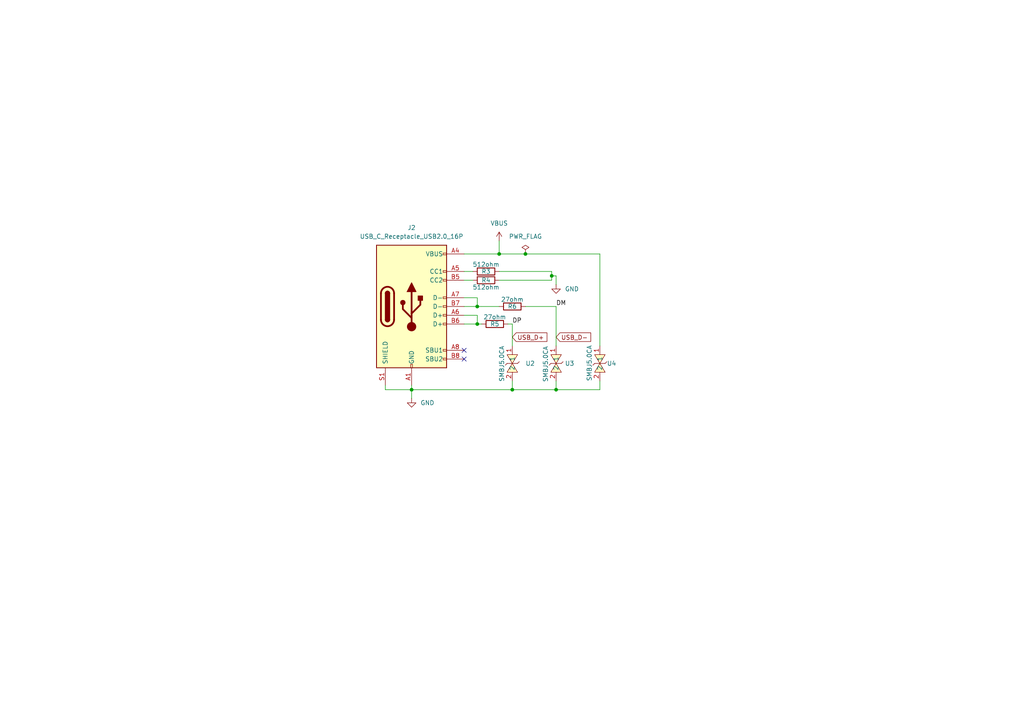
<source format=kicad_sch>
(kicad_sch (version 20231120) (generator "eeschema") (generator_version "8.0")
  (paper "A4")
  (title_block (title "TypeC Power Supplier with USB2.0 Support") (date "2024-09-01") (company "Krysztal Huang"))
  (lib_symbols
    (symbol "Connector:USB_C_Receptacle_USB2.0_16P" (pin_names (offset 1.016))
      (property "Reference" "J" (at 0 22.225 0))
      (property "Value" "USB_C_Receptacle_USB2.0_16P" (at 0 19.685 0))
      (symbol "USB_C_Receptacle_USB2.0_16P_0_0"
        (rectangle (start -0.254 -17.78) (end 0.254 -16.764))
        (rectangle (start 10.16 -14.986) (end 9.144 -15.494))
        (rectangle (start 10.16 -12.446) (end 9.144 -12.954))
        (rectangle (start 10.16 -4.826) (end 9.144 -5.334))
        (rectangle (start 10.16 -2.286) (end 9.144 -2.794))
        (rectangle (start 10.16 0.254) (end 9.144 -0.254))
        (rectangle (start 10.16 2.794) (end 9.144 2.286))
        (rectangle (start 10.16 7.874) (end 9.144 7.366))
        (rectangle (start 10.16 10.414) (end 9.144 9.906))
        (rectangle (start 10.16 15.494) (end 9.144 14.986))
      )
      (symbol "USB_C_Receptacle_USB2.0_16P_0_1"
        (rectangle (start -10.16 17.78) (end 10.16 -17.78) (stroke (width 0.254)) (fill (type background)))
        (arc (start -8.89 -3.81) (mid -6.985 -5.7067) (end -5.08 -3.81) (stroke (width 0.508)))
        (arc (start -7.62 -3.81) (mid -6.985 -4.4423) (end -6.35 -3.81) (stroke (width 0.254)))
        (arc (start -7.62 -3.81) (mid -6.985 -4.4423) (end -6.35 -3.81) (stroke (width 0.254)) (fill (type outline)))
        (rectangle (start -7.62 -3.81) (end -6.35 3.81) (stroke (width 0.254)) (fill (type outline)))
        (arc (start -6.35 3.81) (mid -6.985 4.4423) (end -7.62 3.81) (stroke (width 0.254)))
        (arc (start -6.35 3.81) (mid -6.985 4.4423) (end -7.62 3.81) (stroke (width 0.254)) (fill (type outline)))
        (arc (start -5.08 3.81) (mid -6.985 5.7067) (end -8.89 3.81) (stroke (width 0.508)))
        (circle (center -2.54 1.143) (radius 0.635) (stroke (width 0.254)) (fill (type outline)))
        (circle (center 0 -5.842) (radius 1.27) (fill (type outline)))
        (polyline (pts (xy -8.89 -3.81) (xy -8.89 3.81)) (stroke (width 0.508)))
        (polyline (pts (xy -5.08 3.81) (xy -5.08 -3.81)) (stroke (width 0.508)))
        (polyline (pts (xy 0 -5.842) (xy 0 4.318)) (stroke (width 0.508)))
        (polyline (pts (xy 0 -3.302) (xy -2.54 -0.762) (xy -2.54 0.508)) (stroke (width 0.508)))
        (polyline (pts (xy 0 -2.032) (xy 2.54 0.508) (xy 2.54 1.778)) (stroke (width 0.508)))
        (polyline (pts (xy -1.27 4.318) (xy 0 6.858) (xy 1.27 4.318) (xy -1.27 4.318)) (stroke (width 0.254)) (fill (type outline)))
        (rectangle (start 1.905 1.778) (end 3.175 3.048) (stroke (width 0.254)) (fill (type outline)))
      )
      (symbol "USB_C_Receptacle_USB2.0_16P_1_1"
        (pin passive line (at 0 -22.86 90) (length 5.08) (name "GND") (number "A1"))
        (pin passive line (at 0 -22.86 90) (length 5.08) hide (name "GND") (number "A12"))
        (pin passive line (at 15.24 15.24 180) (length 5.08) (name "VBUS") (number "A4"))
        (pin bidirectional line (at 15.24 10.16 180) (length 5.08) (name "CC1") (number "A5"))
        (pin bidirectional line (at 15.24 -2.54 180) (length 5.08) (name "D+") (number "A6"))
        (pin bidirectional line (at 15.24 2.54 180) (length 5.08) (name "D-") (number "A7"))
        (pin bidirectional line (at 15.24 -12.7 180) (length 5.08) (name "SBU1") (number "A8"))
        (pin passive line (at 15.24 15.24 180) (length 5.08) hide (name "VBUS") (number "A9"))
        (pin passive line (at 0 -22.86 90) (length 5.08) hide (name "GND") (number "B1"))
        (pin passive line (at 0 -22.86 90) (length 5.08) hide (name "GND") (number "B12"))
        (pin passive line (at 15.24 15.24 180) (length 5.08) hide (name "VBUS") (number "B4"))
        (pin bidirectional line (at 15.24 7.62 180) (length 5.08) (name "CC2") (number "B5"))
        (pin bidirectional line (at 15.24 -5.08 180) (length 5.08) (name "D+") (number "B6"))
        (pin bidirectional line (at 15.24 0 180) (length 5.08) (name "D-") (number "B7"))
        (pin bidirectional line (at 15.24 -15.24 180) (length 5.08) (name "SBU2") (number "B8"))
        (pin passive line (at 15.24 15.24 180) (length 5.08) hide (name "VBUS") (number "B9"))
        (pin passive line (at -7.62 -22.86 90) (length 5.08) (name "SHIELD") (number "S1"))
      )
    )
    (symbol "Device:R" (pin_numbers hide) (pin_names (offset 0))
      (property "Reference" "R" (at 2.032 0 90))
      (property "Value" "R" (at 0 0 90))
      (symbol "R_0_1"
        (rectangle (start -1.016 -2.54) (end 1.016 2.54) (stroke (width 0.254)))
      )
      (symbol "R_1_1"
        (pin passive line (at 0 3.81 270) (length 1.27) (name "~") (number "1"))
        (pin passive line (at 0 -3.81 90) (length 1.27) (name "~") (number "2"))
      )
    )
    (symbol "easyeda2kicad:SMBJ5.0CA_C19077559"
      (property "Reference" "U" (at 0 5.08 0))
      (property "Value" "SMBJ5.0CA_C19077559" (at 0 -5.08 0))
      (symbol "SMBJ5.0CA_C19077559_0_1"
        (polyline (pts (xy 0 -1.52) (xy 0 1.52)))
        (polyline (pts (xy 0 -1.52) (xy 0.51 -2.03) (xy 0 -1.52)) (fill (type background)))
        (polyline (pts (xy 0 1.52) (xy -0.51 2.03) (xy 0 1.52)) (fill (type background)))
        (polyline (pts (xy -2.54 1.52) (xy 0 0) (xy -2.54 -1.52) (xy -2.54 1.52)) (fill (type background)))
        (polyline (pts (xy 2.54 1.52) (xy 0 0) (xy 2.54 -1.52) (xy 2.54 1.52)) (fill (type background)))
        (pin unspecified line (at -5.08 0 0) (length 2.54) (name "1") (number "1"))
        (pin unspecified line (at 5.08 0 180) (length 2.54) (name "2") (number "2"))
      )
    )
    (symbol "power:GND" (power) (pin_numbers hide) (pin_names (offset 0) hide)
      (property "Value" "GND" (at 0 -3.81 0))
      (symbol "GND_0_1"
        (polyline (pts (xy 0 0) (xy 0 -1.27) (xy 1.27 -1.27) (xy 0 -2.54) (xy -1.27 -1.27) (xy 0 -1.27)))
      )
      (symbol "GND_1_1"
        (pin power_in line (at 0 0 270) (length 0) (name "~") (number "1"))
      )
    )
    (symbol "power:PWR_FLAG" (power) (pin_numbers hide) (pin_names (offset 0) hide)
      (property "Value" "PWR_FLAG" (at 0 3.81 0))
      (symbol "PWR_FLAG_0_0"
        (pin power_out line (at 0 0 90) (length 0) (name "~") (number "1"))
      )
      (symbol "PWR_FLAG_0_1"
        (polyline (pts (xy 0 0) (xy 0 1.27) (xy -1.016 1.905) (xy 0 2.54) (xy 1.016 1.905) (xy 0 1.27)))
      )
    )
    (symbol "power:VBUS" (power) (pin_numbers hide) (pin_names (offset 0) hide)
      (property "Value" "VBUS" (at 0 3.556 0))
      (symbol "VBUS_0_1"
        (polyline (pts (xy -0.762 1.27) (xy 0 2.54)))
        (polyline (pts (xy 0 0) (xy 0 2.54)))
        (polyline (pts (xy 0 2.54) (xy 0.762 1.27)))
      )
      (symbol "VBUS_1_1"
        (pin power_in line (at 0 0 90) (length 0) (name "~") (number "1"))
      )
    )
  )
  (junction (at 138.43 88.9))
  (junction (at 119.38 113.03))
  (junction (at 144.78 73.66))
  (junction (at 161.29 113.03))
  (junction (at 148.59 113.03))
  (junction (at 138.43 93.98))
  (junction (at 160.02 80.01))
  (junction (at 152.4 73.66))
  (no_connect (at 134.62 101.6))
  (no_connect (at 134.62 104.14))
  (wire (pts (xy 161.29 110.49) (xy 161.29 113.03)))
  (wire (pts (xy 161.29 82.55) (xy 161.29 80.01)))
  (wire (pts (xy 138.43 91.44) (xy 138.43 93.98)))
  (wire (pts (xy 134.62 81.28) (xy 137.16 81.28)))
  (wire (pts (xy 160.02 78.74) (xy 160.02 80.01)))
  (wire (pts (xy 111.76 113.03) (xy 119.38 113.03)))
  (wire (pts (xy 148.59 93.98) (xy 148.59 100.33)))
  (wire (pts (xy 161.29 80.01) (xy 160.02 80.01)))
  (wire (pts (xy 161.29 88.9) (xy 161.29 100.33)))
  (wire (pts (xy 138.43 86.36) (xy 138.43 88.9)))
  (wire (pts (xy 134.62 78.74) (xy 137.16 78.74)))
  (wire (pts (xy 111.76 113.03) (xy 111.76 111.76)))
  (wire (pts (xy 138.43 88.9) (xy 144.78 88.9)))
  (wire (pts (xy 119.38 111.76) (xy 119.38 113.03)))
  (wire (pts (xy 134.62 91.44) (xy 138.43 91.44)))
  (wire (pts (xy 148.59 93.98) (xy 147.32 93.98)))
  (wire (pts (xy 144.78 78.74) (xy 160.02 78.74)))
  (wire (pts (xy 134.62 73.66) (xy 144.78 73.66)))
  (wire (pts (xy 134.62 88.9) (xy 138.43 88.9)))
  (wire (pts (xy 134.62 86.36) (xy 138.43 86.36)))
  (wire (pts (xy 144.78 69.85) (xy 144.78 73.66)))
  (wire (pts (xy 152.4 88.9) (xy 161.29 88.9)))
  (wire (pts (xy 173.99 73.66) (xy 173.99 100.33)))
  (wire (pts (xy 134.62 93.98) (xy 138.43 93.98)))
  (wire (pts (xy 173.99 110.49) (xy 173.99 113.03)))
  (wire (pts (xy 144.78 81.28) (xy 160.02 81.28)))
  (wire (pts (xy 161.29 113.03) (xy 173.99 113.03)))
  (wire (pts (xy 148.59 110.49) (xy 148.59 113.03)))
  (wire (pts (xy 152.4 73.66) (xy 144.78 73.66)))
  (wire (pts (xy 148.59 113.03) (xy 161.29 113.03)))
  (wire (pts (xy 173.99 73.66) (xy 152.4 73.66)))
  (wire (pts (xy 139.7 93.98) (xy 138.43 93.98)))
  (wire (pts (xy 119.38 113.03) (xy 148.59 113.03)))
  (wire (pts (xy 160.02 80.01) (xy 160.02 81.28)))
  (wire (pts (xy 119.38 113.03) (xy 119.38 115.57)))
  (label "DM" (at 161.29 88.9 0))
  (label "DP" (at 148.59 93.98 0))
  (global_label "USB_D+" (shape input) (at 148.59 97.79 0) (property "Intersheetrefs" "${INTERSHEET_REFS}" (effects (hide yes))))
  (global_label "USB_D-" (shape input) (at 161.29 97.79 0) (property "Intersheetrefs" "${INTERSHEET_REFS}" (effects (hide yes))))
  (symbol (lib_id "Device:R") (at 143.51 93.98 90) (unit 1)
    (property "Reference" "R5" (at 143.51 93.98 90))
    (property "Value" "27ohm" (at 143.51 91.948 90))
    (property "Description" "Resistor" (effects (hide yes)))
  )
  (symbol (lib_id "easyeda2kicad:SMBJ5.0CA_C19077559") (at 161.29 105.41 270) (unit 1)
    (property "Reference" "U3" (at 163.83 105.41 90) (effects (justify left)))
    (property "Value" "SMBJ5.0CA" (at 158.242 100.33 0) (effects (justify left)))
    (property "Footprint" "easyeda2kicad:SMB_L4.5-W3.6-LS5.2-BI" (effects (hide yes)))
    (property "LCSC Part" "C19077559" (effects (hide yes)))
  )
  (symbol (lib_id "easyeda2kicad:SMBJ5.0CA_C19077559") (at 173.99 105.41 270) (unit 1)
    (property "Reference" "U4" (at 176.022 105.41 90) (effects (justify left)))
    (property "Value" "SMBJ5.0CA" (at 170.942 100.076 0) (effects (justify left)))
    (property "Footprint" "easyeda2kicad:SMB_L4.5-W3.6-LS5.2-BI" (effects (hide yes)))
    (property "LCSC Part" "C19077559" (effects (hide yes)))
  )
  (symbol (lib_id "Connector:USB_C_Receptacle_USB2.0_16P") (at 119.38 88.9 0) (unit 1)
    (property "Reference" "J2" (at 119.38 66.04 0))
    (property "Value" "USB_C_Receptacle_USB2.0_16P" (at 119.38 68.58 0))
    (property "Datasheet" "https://www.usb.org/sites/default/files/documents/usb_type-c.zip" (effects (hide yes)))
    (property "Description" "USB 2.0-only 16P Type-C Receptacle connector" (effects (hide yes)))
  )
  (symbol (lib_id "Device:R") (at 148.59 88.9 90) (unit 1)
    (property "Reference" "R6" (at 148.59 88.9 90))
    (property "Value" "27ohm" (at 148.59 86.868 90))
    (property "Description" "Resistor" (effects (hide yes)))
  )
  (symbol (lib_id "Device:R") (at 140.97 78.74 90) (unit 1)
    (property "Reference" "R3" (at 140.97 78.74 90))
    (property "Value" "512ohm" (at 140.97 76.708 90))
    (property "Description" "Resistor" (effects (hide yes)))
  )
  (symbol (lib_id "easyeda2kicad:SMBJ5.0CA_C19077559") (at 148.59 105.41 270) (unit 1)
    (property "Reference" "U2" (at 152.4 105.4099 90) (effects (justify left)))
    (property "Value" "SMBJ5.0CA" (at 145.542 110.744 0) (effects (justify right)))
    (property "Footprint" "easyeda2kicad:SMB_L4.5-W3.6-LS5.2-BI" (effects (hide yes)))
    (property "LCSC Part" "C19077559" (effects (hide yes)))
  )
  (symbol (lib_id "power:GND") (at 119.38 115.57 0) (unit 1)
    (property "Reference" "#PWR06" (effects (hide yes)))
    (property "Value" "GND" (at 121.92 116.8399 0) (effects (justify left)))
    (property "Description" "Power symbol creates a global label with name \"GND\" , ground" (effects (hide yes)))
  )
  (symbol (lib_id "Device:R") (at 140.97 81.28 90) (unit 1)
    (property "Reference" "R4" (at 140.97 81.28 90))
    (property "Value" "512ohm" (at 140.97 83.312 90))
    (property "Description" "Resistor" (effects (hide yes)))
  )
  (symbol (lib_id "power:VBUS") (at 144.78 69.85 0) (unit 1)
    (property "Reference" "#PWR07" (effects (hide yes)))
    (property "Value" "VBUS" (at 144.78 64.77 0))
    (property "Description" "Power symbol creates a global label with name \"VBUS\"" (effects (hide yes)))
  )
  (symbol (lib_id "power:GND") (at 161.29 82.55 0) (unit 1)
    (property "Reference" "#PWR08" (effects (hide yes)))
    (property "Value" "GND" (at 163.83 83.8199 0) (effects (justify left)))
    (property "Description" "Power symbol creates a global label with name \"GND\" , ground" (effects (hide yes)))
  )
  (symbol (lib_id "power:PWR_FLAG") (at 152.4 73.66 0) (unit 1)
    (property "Reference" "#FLG02" (effects (hide yes)))
    (property "Value" "PWR_FLAG" (at 152.4 68.58 0))
    (property "Description" "Special symbol for telling ERC where power comes from" (effects (hide yes)))
  )
)
</source>
